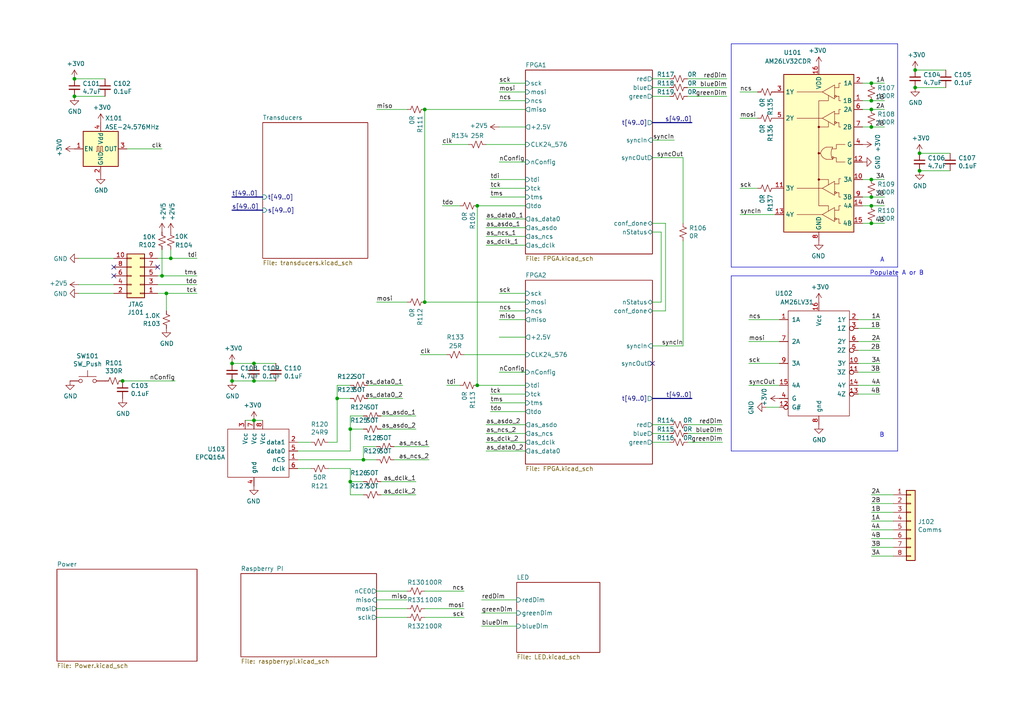
<source format=kicad_sch>
(kicad_sch (version 20230121) (generator eeschema)
  (paper "A4")
  (lib_symbols
    (symbol "Connector_Generic:Conn_01x08" (pin_names (offset 1.016) hide)
      (property "Reference" "J" (at 0 10.16 0))
      (property "Value" "Conn_01x08" (at 0 -12.7 0))
      (symbol "Conn_01x08_1_1"
        (rectangle (start -1.27 -10.033) (end 0 -10.287) (stroke (width 0.1524)))
        (rectangle (start -1.27 -7.493) (end 0 -7.747) (stroke (width 0.1524)))
        (rectangle (start -1.27 -4.953) (end 0 -5.207) (stroke (width 0.1524)))
        (rectangle (start -1.27 -2.413) (end 0 -2.667) (stroke (width 0.1524)))
        (rectangle (start -1.27 0.127) (end 0 -0.127) (stroke (width 0.1524)))
        (rectangle (start -1.27 2.667) (end 0 2.413) (stroke (width 0.1524)))
        (rectangle (start -1.27 5.207) (end 0 4.953) (stroke (width 0.1524)))
        (rectangle (start -1.27 7.747) (end 0 7.493) (stroke (width 0.1524)))
        (rectangle (start -1.27 8.89) (end 1.27 -11.43) (stroke (width 0.254)) (fill (type background)))
        (pin passive line (at -5.08 7.62 0) (length 3.81) (name "Pin_1") (number "1"))
        (pin passive line (at -5.08 5.08 0) (length 3.81) (name "Pin_2") (number "2"))
        (pin passive line (at -5.08 2.54 0) (length 3.81) (name "Pin_3") (number "3"))
        (pin passive line (at -5.08 0 0) (length 3.81) (name "Pin_4") (number "4"))
        (pin passive line (at -5.08 -2.54 0) (length 3.81) (name "Pin_5") (number "5"))
        (pin passive line (at -5.08 -5.08 0) (length 3.81) (name "Pin_6") (number "6"))
        (pin passive line (at -5.08 -7.62 0) (length 3.81) (name "Pin_7") (number "7"))
        (pin passive line (at -5.08 -10.16 0) (length 3.81) (name "Pin_8") (number "8"))
      )
    )
    (symbol "Connector_Generic:Conn_02x05_Odd_Even" (pin_names (offset 1.016) hide)
      (property "Reference" "J" (at 1.27 7.62 0))
      (property "Value" "Conn_02x05_Odd_Even" (at 1.27 -7.62 0))
      (symbol "Conn_02x05_Odd_Even_1_1"
        (rectangle (start -1.27 -4.953) (end 0 -5.207) (stroke (width 0.1524)))
        (rectangle (start -1.27 -2.413) (end 0 -2.667) (stroke (width 0.1524)))
        (rectangle (start -1.27 0.127) (end 0 -0.127) (stroke (width 0.1524)))
        (rectangle (start -1.27 2.667) (end 0 2.413) (stroke (width 0.1524)))
        (rectangle (start -1.27 5.207) (end 0 4.953) (stroke (width 0.1524)))
        (rectangle (start -1.27 6.35) (end 3.81 -6.35) (stroke (width 0.254)) (fill (type background)))
        (rectangle (start 3.81 -4.953) (end 2.54 -5.207) (stroke (width 0.1524)))
        (rectangle (start 3.81 -2.413) (end 2.54 -2.667) (stroke (width 0.1524)))
        (rectangle (start 3.81 0.127) (end 2.54 -0.127) (stroke (width 0.1524)))
        (rectangle (start 3.81 2.667) (end 2.54 2.413) (stroke (width 0.1524)))
        (rectangle (start 3.81 5.207) (end 2.54 4.953) (stroke (width 0.1524)))
        (pin passive line (at -5.08 5.08 0) (length 3.81) (name "Pin_1") (number "1"))
        (pin passive line (at 7.62 -5.08 180) (length 3.81) (name "Pin_10") (number "10"))
        (pin passive line (at 7.62 5.08 180) (length 3.81) (name "Pin_2") (number "2"))
        (pin passive line (at -5.08 2.54 0) (length 3.81) (name "Pin_3") (number "3"))
        (pin passive line (at 7.62 2.54 180) (length 3.81) (name "Pin_4") (number "4"))
        (pin passive line (at -5.08 0 0) (length 3.81) (name "Pin_5") (number "5"))
        (pin passive line (at 7.62 0 180) (length 3.81) (name "Pin_6") (number "6"))
        (pin passive line (at -5.08 -2.54 0) (length 3.81) (name "Pin_7") (number "7"))
        (pin passive line (at 7.62 -2.54 180) (length 3.81) (name "Pin_8") (number "8"))
        (pin passive line (at -5.08 -5.08 0) (length 3.81) (name "Pin_9") (number "9"))
      )
    )
    (symbol "Device:C_Small" (pin_numbers hide) (pin_names (offset 0.254) hide)
      (property "Reference" "C" (at 0.254 1.778 0))
      (property "Value" "C_Small" (at 0.254 -2.032 0))
      (symbol "C_Small_0_1"
        (polyline (pts (xy -1.524 -0.508) (xy 1.524 -0.508)) (stroke (width 0.3302)))
        (polyline (pts (xy -1.524 0.508) (xy 1.524 0.508)) (stroke (width 0.3048)))
      )
      (symbol "C_Small_1_1"
        (pin passive line (at 0 2.54 270) (length 2.032) (name "~") (number "1"))
        (pin passive line (at 0 -2.54 90) (length 2.032) (name "~") (number "2"))
      )
    )
    (symbol "Device:R_Small_US" (pin_numbers hide) (pin_names (offset 0.254) hide)
      (property "Reference" "R" (at 0.762 0.508 0))
      (property "Value" "R_Small_US" (at 0.762 -1.016 0))
      (symbol "R_Small_US_1_1"
        (polyline (pts (xy 0 0) (xy 1.016 -0.381) (xy 0 -0.762) (xy -1.016 -1.143) (xy 0 -1.524)))
        (polyline (pts (xy 0 1.524) (xy 1.016 1.143) (xy 0 0.762) (xy -1.016 0.381) (xy 0 0)))
        (pin passive line (at 0 2.54 270) (length 1.016) (name "~") (number "1"))
        (pin passive line (at 0 -2.54 90) (length 1.016) (name "~") (number "2"))
      )
    )
    (symbol "Interface:AM26LV32xD"
      (property "Reference" "U" (at -8.89 24.13 0))
      (property "Value" "AM26LV32xD" (at 10.16 24.13 0))
      (symbol "AM26LV32xD_0_1"
        (rectangle (start -10.16 22.86) (end 10.16 -22.86) (stroke (width 0.254)) (fill (type background)))
        (circle (center -4.826 16.51) (radius 0.254))
        (arc (start -4.064 -1.778) (mid -3.5541 0) (end -4.064 1.778) (stroke (width 0.127)))
        (circle (center -4.064 -1.27) (radius 0.254))
        (arc (start -2.286 -1.778) (mid -1.1381 -1.1479) (end -0.508 0) (stroke (width 0.127)))
        (arc (start -0.508 0) (mid -1.1381 1.1479) (end -2.286 1.778) (stroke (width 0.127)))
        (circle (center 0 -7.62) (radius 0.254) (fill (type outline)))
        (polyline (pts (xy -5.842 16.51) (xy -5.08 16.51)) (stroke (width 0.127)))
        (polyline (pts (xy -5.842 19.05) (xy -4.572 19.05)) (stroke (width 0.127)))
        (polyline (pts (xy -4.064 -1.778) (xy -2.286 -1.778)) (stroke (width 0.127)))
        (polyline (pts (xy -2.286 1.778) (xy -4.064 1.778)) (stroke (width 0.127)))
        (polyline (pts (xy -1.016 -17.78) (xy 6.35 -17.78)) (stroke (width 0.127)))
        (polyline (pts (xy -1.016 -10.16) (xy 6.35 -10.16)) (stroke (width 0.127)))
        (polyline (pts (xy -1.016 10.16) (xy 6.35 10.16)) (stroke (width 0.127)))
        (polyline (pts (xy -1.016 17.78) (xy 6.35 17.78)) (stroke (width 0.127)))
        (polyline (pts (xy -0.508 0) (xy 0 0)))
        (polyline (pts (xy 0 0) (xy 0 -15.24)) (stroke (width 0.127)))
        (polyline (pts (xy 0 7.62) (xy 0 0)) (stroke (width 0.127)))
        (polyline (pts (xy -5.842 -19.05) (xy -5.842 -20.32) (xy -6.35 -20.32)) (stroke (width 0.127)))
        (polyline (pts (xy -5.842 -16.51) (xy -5.842 -15.24) (xy -6.35 -15.24)) (stroke (width 0.127)))
        (polyline (pts (xy -5.842 -11.43) (xy -5.842 -12.7) (xy -6.35 -12.7)) (stroke (width 0.127)))
        (polyline (pts (xy -5.842 -8.89) (xy -5.842 -7.366) (xy -6.35 -7.366)) (stroke (width 0.127)))
        (polyline (pts (xy -5.842 8.89) (xy -5.842 7.62) (xy -6.35 7.62)) (stroke (width 0.127)))
        (polyline (pts (xy -5.842 11.43) (xy -5.842 12.7) (xy -6.35 12.7)) (stroke (width 0.127)))
        (polyline (pts (xy -5.842 19.05) (xy -5.842 20.32) (xy -6.35 20.32)) (stroke (width 0.127)))
        (polyline (pts (xy 0 -15.24) (xy -2.794 -15.24) (xy -2.794 -16.764)) (stroke (width 0.127)))
        (polyline (pts (xy 0 -7.62) (xy -2.794 -7.62) (xy -2.794 -9.144)) (stroke (width 0.127)))
        (polyline (pts (xy 0 7.62) (xy -2.794 7.62) (xy -2.794 9.144)) (stroke (width 0.127)))
        (polyline (pts (xy -7.62 2.54) (xy -5.08 2.54) (xy -5.08 1.27) (xy -3.81 1.27)) (stroke (width 0.127)))
        (polyline (pts (xy -5.842 16.51) (xy -5.842 15.24) (xy -6.096 15.24) (xy -6.35 15.24)) (stroke (width 0.127)))
        (polyline (pts (xy -4.572 19.812) (xy -4.572 15.748) (xy -1.016 17.78) (xy -4.572 19.812)) (stroke (width 0.127)))
        (polyline (pts (xy -4.318 -1.27) (xy -5.08 -1.27) (xy -5.08 -2.54) (xy -7.62 -2.54)) (stroke (width 0.127)))
        (polyline (pts (xy 0 7.62) (xy 0 15.24) (xy -2.794 15.24) (xy -2.794 16.764)) (stroke (width 0.127)))
        (circle (center 0 0) (radius 0.254) (fill (type outline)))
        (circle (center 0 7.62) (radius 0.254) (fill (type outline)))
      )
      (symbol "AM26LV32xD_1_1"
        (circle (center -4.826 -19.05) (radius 0.254))
        (circle (center -4.826 -11.43) (radius 0.254))
        (circle (center -4.826 8.89) (radius 0.254))
        (polyline (pts (xy -5.842 -19.05) (xy -5.08 -19.05)) (stroke (width 0.127)))
        (polyline (pts (xy -5.842 -16.51) (xy -4.572 -16.51)) (stroke (width 0.127)))
        (polyline (pts (xy -5.842 -11.43) (xy -5.08 -11.43)) (stroke (width 0.127)))
        (polyline (pts (xy -5.842 -8.89) (xy -4.572 -8.89)) (stroke (width 0.127)))
        (polyline (pts (xy -5.842 8.89) (xy -5.08 8.89)) (stroke (width 0.127)))
        (polyline (pts (xy -5.842 11.43) (xy -4.572 11.43)) (stroke (width 0.127)))
        (polyline (pts (xy -4.572 -15.748) (xy -4.572 -19.812) (xy -1.016 -17.78) (xy -4.572 -15.748)) (stroke (width 0.127)))
        (polyline (pts (xy -4.572 -8.128) (xy -4.572 -12.192) (xy -1.016 -10.16) (xy -4.572 -8.128)) (stroke (width 0.127)))
        (polyline (pts (xy -4.572 12.192) (xy -4.572 8.128) (xy -1.016 10.16) (xy -4.572 12.192)) (stroke (width 0.127)))
        (pin input line (at -12.7 15.24 0) (length 2.54) (name "1B") (number "1"))
        (pin input line (at -12.7 -7.62 0) (length 2.54) (name "3A") (number "10"))
        (pin tri_state line (at 12.7 -10.16 180) (length 2.54) (name "3Y") (number "11"))
        (pin input line (at -12.7 -2.54 0) (length 2.54) (name "~{G}") (number "12"))
        (pin tri_state line (at 12.7 -17.78 180) (length 2.54) (name "4Y") (number "13"))
        (pin input line (at -12.7 -15.24 0) (length 2.54) (name "4A") (number "14"))
        (pin input line (at -12.7 -20.32 0) (length 2.54) (name "4B") (number "15"))
        (pin power_in line (at 0 25.4 270) (length 2.54) (name "VDD") (number "16"))
        (pin input line (at -12.7 20.32 0) (length 2.54) (name "1A") (number "2"))
        (pin tri_state line (at 12.7 17.78 180) (length 2.54) (name "1Y") (number "3"))
        (pin input line (at -12.7 2.54 0) (length 2.54) (name "G") (number "4"))
        (pin tri_state line (at 12.7 10.16 180) (length 2.54) (name "2Y") (number "5"))
        (pin input line (at -12.7 12.7 0) (length 2.54) (name "2A") (number "6"))
        (pin input line (at -12.7 7.62 0) (length 2.54) (name "2B") (number "7"))
        (pin power_in line (at 0 -25.4 90) (length 2.54) (name "GND") (number "8"))
        (pin input line (at -12.7 -12.7 0) (length 2.54) (name "3B") (number "9"))
      )
    )
    (symbol "Oscillator:ASE-xxxMHz" (pin_names (offset 0.254))
      (property "Reference" "X" (at -5.08 6.35 0))
      (property "Value" "ASE-xxxMHz" (at 1.27 -6.35 0))
      (symbol "ASE-xxxMHz_0_1"
        (rectangle (start -5.08 5.08) (end 5.08 -5.08) (stroke (width 0.254)) (fill (type background)))
        (polyline (pts (xy -1.27 -0.762) (xy -1.016 -0.762) (xy -1.016 0.762) (xy -0.508 0.762) (xy -0.508 -0.762) (xy 0 -0.762) (xy 0 0.762) (xy 0.508 0.762) (xy 0.508 -0.762) (xy 0.762 -0.762)))
      )
      (symbol "ASE-xxxMHz_1_1"
        (pin input line (at -7.62 0 0) (length 2.54) (name "EN") (number "1"))
        (pin power_in line (at 0 -7.62 90) (length 2.54) (name "GND") (number "2"))
        (pin output line (at 7.62 0 180) (length 2.54) (name "OUT") (number "3"))
        (pin power_in line (at 0 7.62 270) (length 2.54) (name "Vdd") (number "4"))
      )
    )
    (symbol "Switch:SW_Push" (pin_numbers hide) (pin_names (offset 1.016) hide)
      (property "Reference" "SW" (at 1.27 2.54 0))
      (property "Value" "SW_Push" (at 0 -1.524 0))
      (symbol "SW_Push_0_1"
        (circle (center -2.032 0) (radius 0.508))
        (polyline (pts (xy 0 1.27) (xy 0 3.048)))
        (polyline (pts (xy 2.54 1.27) (xy -2.54 1.27)))
        (circle (center 2.032 0) (radius 0.508))
        (pin passive line (at -5.08 0 0) (length 2.54) (name "1") (number "1"))
        (pin passive line (at 5.08 0 180) (length 2.54) (name "2") (number "2"))
      )
    )
    (symbol "flicker:EPCQ16A" (pin_names (offset 1.016))
      (property "Reference" "U" (at 8.89 11.43 0))
      (property "Value" "EPCQ16A" (at 12.7 8.89 0))
      (symbol "EPCQ16A_0_0"
        (rectangle (start -8.89 7.62) (end 8.89 -6.35))
      )
      (symbol "EPCQ16A_1_1"
        (pin passive line (at -11.43 -1.27 0) (length 2.54) (name "nCS") (number "1"))
        (pin passive line (at -11.43 3.81 0) (length 2.54) (name "data1") (number "2"))
        (pin passive line (at 3.81 10.16 270) (length 2.54) (name "Vcc") (number "3"))
        (pin passive line (at 1.27 -8.89 90) (length 2.54) (name "gnd") (number "4"))
        (pin passive line (at -11.43 1.27 0) (length 2.54) (name "data0") (number "5"))
        (pin passive line (at -11.43 -3.81 0) (length 2.54) (name "dclk") (number "6"))
        (pin passive line (at 1.27 10.16 270) (length 2.54) (name "Vcc") (number "7"))
        (pin passive line (at -1.27 10.16 270) (length 2.54) (name "Vcc") (number "8"))
      )
    )
    (symbol "holo:AM26LV31" (pin_names (offset 1.016))
      (property "Reference" "U" (at -5.08 17.78 0))
      (property "Value" "AM26LV31" (at -1.27 15.24 0))
      (symbol "AM26LV31_0_1"
        (rectangle (start -8.89 10.16) (end 8.89 -20.32))
      )
      (symbol "AM26LV31_1_1"
        (pin input line (at -11.43 7.62 0) (length 2.54) (name "1A") (number "1"))
        (pin output line (at 11.43 -5.08 180) (length 2.54) (name "3Y") (number "10"))
        (pin output inverted (at 11.43 -7.62 180) (length 2.54) (name "3Z") (number "11"))
        (pin input inverted (at -11.43 -17.78 0) (length 2.54) (name "G#") (number "12"))
        (pin output inverted (at 11.43 -13.97 180) (length 2.54) (name "4Z") (number "13"))
        (pin output line (at 11.43 -11.43 180) (length 2.54) (name "4Y") (number "14"))
        (pin input line (at -11.43 -11.43 0) (length 2.54) (name "4A") (number "15"))
        (pin power_in line (at 0 12.7 270) (length 2.54) (name "Vcc") (number "16"))
        (pin output line (at 11.43 7.62 180) (length 2.54) (name "1Y") (number "2"))
        (pin output inverted (at 11.43 5.08 180) (length 2.54) (name "1Z") (number "3"))
        (pin input line (at -11.43 -15.24 0) (length 2.54) (name "G") (number "4"))
        (pin output inverted (at 11.43 -1.27 180) (length 2.54) (name "2Z") (number "5"))
        (pin output line (at 11.43 1.27 180) (length 2.54) (name "2Y") (number "6"))
        (pin input line (at -11.43 1.27 0) (length 2.54) (name "2A") (number "7"))
        (pin power_in line (at 0 -22.86 90) (length 2.54) (name "gnd") (number "8"))
        (pin input line (at -11.43 -5.08 0) (length 2.54) (name "3A") (number "9"))
      )
    )
    (symbol "power:+2V5" (power) (pin_names (offset 0))
      (property "Value" "+2V5" (at 0 3.556 0))
      (symbol "+2V5_0_1"
        (polyline (pts (xy -0.762 1.27) (xy 0 2.54)))
        (polyline (pts (xy 0 0) (xy 0 2.54)))
        (polyline (pts (xy 0 2.54) (xy 0.762 1.27)))
      )
      (symbol "+2V5_1_1"
        (pin power_in line (at 0 0 90) (length 0) hide (name "+2V5") (number "1"))
      )
    )
    (symbol "power:+3V0" (power) (pin_names (offset 0))
      (property "Value" "+3V0" (at 0 3.556 0))
      (symbol "+3V0_0_1"
        (polyline (pts (xy -0.762 1.27) (xy 0 2.54)))
        (polyline (pts (xy 0 0) (xy 0 2.54)))
        (polyline (pts (xy 0 2.54) (xy 0.762 1.27)))
      )
      (symbol "+3V0_1_1"
        (pin power_in line (at 0 0 90) (length 0) hide (name "+3V0") (number "1"))
      )
    )
    (symbol "power:GND" (power) (pin_names (offset 0))
      (property "Value" "GND" (at 0 -3.81 0))
      (symbol "GND_0_1"
        (polyline (pts (xy 0 0) (xy 0 -1.27) (xy 1.27 -1.27) (xy 0 -2.54) (xy -1.27 -1.27) (xy 0 -1.27)))
      )
      (symbol "GND_1_1"
        (pin power_in line (at 0 0 270) (length 0) hide (name "GND") (number "1"))
      )
    )
  )
  (junction (at 252.73 36.83))
  (junction (at 252.73 57.15))
  (junction (at 266.7 44.45))
  (junction (at 67.31 110.49))
  (junction (at 123.19 87.63))
  (junction (at 21.59 27.94))
  (junction (at 101.6 124.46))
  (junction (at 49.53 74.93))
  (junction (at 252.73 29.21))
  (junction (at 21.59 22.86))
  (junction (at 265.43 20.32))
  (junction (at 252.73 52.07))
  (junction (at 101.6 139.7))
  (junction (at 73.66 121.92))
  (junction (at 73.66 110.49))
  (junction (at 265.43 25.4))
  (junction (at 46.99 80.01))
  (junction (at 73.66 105.41))
  (junction (at 266.7 49.53))
  (junction (at 67.31 105.41))
  (junction (at 48.26 85.09))
  (junction (at 35.56 110.49))
  (junction (at 138.43 111.76))
  (junction (at 252.73 59.69))
  (junction (at 97.79 115.57))
  (junction (at 252.73 24.13))
  (junction (at 123.19 31.75))
  (junction (at 105.41 133.35))
  (junction (at 252.73 31.75))
  (junction (at 138.43 59.69))
  (junction (at 252.73 64.77))
  (no_connect (at 33.02 77.47))
  (no_connect (at 45.72 77.47))
  (no_connect (at 33.02 80.01))
  (no_connect (at 189.23 105.41))
  (wire (pts (xy 194.31 25.4) (xy 189.23 25.4)))
  (wire (pts (xy 49.53 74.93) (xy 49.53 72.39)))
  (wire (pts (xy 33.02 74.93) (xy 22.86 74.93)))
  (wire (pts (xy 252.73 52.07) (xy 256.54 52.07)))
  (wire (pts (xy 76.2 121.92) (xy 73.66 121.92)))
  (wire (pts (xy 114.3 133.35) (xy 124.46 133.35)))
  (wire (pts (xy 152.4 68.58) (xy 140.97 68.58)))
  (wire (pts (xy 152.4 114.3) (xy 142.24 114.3)))
  (wire (pts (xy 193.04 64.77) (xy 193.04 90.17)))
  (wire (pts (xy 189.23 64.77) (xy 193.04 64.77)))
  (wire (pts (xy 250.19 64.77) (xy 252.73 64.77)))
  (wire (pts (xy 252.73 146.05) (xy 259.08 146.05)))
  (wire (pts (xy 189.23 22.86) (xy 194.31 22.86)))
  (wire (pts (xy 114.3 129.54) (xy 124.46 129.54)))
  (wire (pts (xy 259.08 161.29) (xy 252.73 161.29)))
  (wire (pts (xy 48.26 85.09) (xy 57.15 85.09)))
  (polyline (pts (xy 212.09 130.81) (xy 212.09 80.01)))
  (wire (pts (xy 105.41 129.54) (xy 109.22 129.54)))
  (wire (pts (xy 152.4 90.17) (xy 144.78 90.17)))
  (wire (pts (xy 152.4 102.87) (xy 134.62 102.87)))
  (wire (pts (xy 110.49 120.65) (xy 120.65 120.65)))
  (wire (pts (xy 152.4 63.5) (xy 140.97 63.5)))
  (wire (pts (xy 33.02 85.09) (xy 22.86 85.09)))
  (polyline (pts (xy 212.09 77.47) (xy 212.09 12.7)))
  (wire (pts (xy 123.19 87.63) (xy 152.4 87.63)))
  (wire (pts (xy 250.19 36.83) (xy 252.73 36.83)))
  (wire (pts (xy 110.49 143.51) (xy 120.65 143.51)))
  (wire (pts (xy 250.19 29.21) (xy 252.73 29.21)))
  (wire (pts (xy 248.92 95.25) (xy 255.27 95.25)))
  (wire (pts (xy 101.6 120.65) (xy 105.41 120.65)))
  (bus (pts (xy 189.23 35.56) (xy 200.66 35.56)))
  (wire (pts (xy 259.08 143.51) (xy 252.73 143.51)))
  (wire (pts (xy 118.11 87.63) (xy 109.22 87.63)))
  (wire (pts (xy 73.66 110.49) (xy 80.01 110.49)))
  (wire (pts (xy 152.4 71.12) (xy 140.97 71.12)))
  (wire (pts (xy 67.31 105.41) (xy 73.66 105.41)))
  (wire (pts (xy 252.73 59.69) (xy 256.54 59.69)))
  (wire (pts (xy 149.86 177.8) (xy 139.7 177.8)))
  (wire (pts (xy 86.36 135.89) (xy 90.17 135.89)))
  (wire (pts (xy 101.6 139.7) (xy 105.41 139.7)))
  (bus (pts (xy 76.2 60.96) (xy 67.31 60.96)))
  (wire (pts (xy 219.71 26.67) (xy 214.63 26.67)))
  (wire (pts (xy 73.66 121.92) (xy 71.12 121.92)))
  (bus (pts (xy 76.2 57.15) (xy 67.31 57.15)))
  (wire (pts (xy 274.32 20.32) (xy 265.43 20.32)))
  (wire (pts (xy 101.6 124.46) (xy 101.6 120.65)))
  (wire (pts (xy 191.77 67.31) (xy 191.77 87.63)))
  (wire (pts (xy 194.31 125.73) (xy 189.23 125.73)))
  (wire (pts (xy 152.4 66.04) (xy 140.97 66.04)))
  (wire (pts (xy 152.4 29.21) (xy 144.78 29.21)))
  (wire (pts (xy 248.92 99.06) (xy 255.27 99.06)))
  (wire (pts (xy 97.79 115.57) (xy 97.79 111.76)))
  (wire (pts (xy 109.22 179.07) (xy 118.11 179.07)))
  (wire (pts (xy 144.78 97.79) (xy 152.4 97.79)))
  (wire (pts (xy 138.43 111.76) (xy 152.4 111.76)))
  (wire (pts (xy 30.48 22.86) (xy 21.59 22.86)))
  (wire (pts (xy 86.36 133.35) (xy 105.41 133.35)))
  (wire (pts (xy 189.23 67.31) (xy 191.77 67.31)))
  (wire (pts (xy 45.72 85.09) (xy 48.26 85.09)))
  (wire (pts (xy 217.17 111.76) (xy 226.06 111.76)))
  (wire (pts (xy 152.4 125.73) (xy 140.97 125.73)))
  (wire (pts (xy 250.19 57.15) (xy 252.73 57.15)))
  (wire (pts (xy 97.79 111.76) (xy 101.6 111.76)))
  (wire (pts (xy 109.22 176.53) (xy 118.11 176.53)))
  (wire (pts (xy 45.72 82.55) (xy 57.15 82.55)))
  (wire (pts (xy 45.72 80.01) (xy 46.99 80.01)))
  (wire (pts (xy 101.6 139.7) (xy 101.6 143.51)))
  (wire (pts (xy 95.25 128.27) (xy 97.79 128.27)))
  (wire (pts (xy 73.66 105.41) (xy 80.01 105.41)))
  (bus (pts (xy 189.23 115.57) (xy 200.66 115.57)))
  (wire (pts (xy 105.41 133.35) (xy 109.22 133.35)))
  (wire (pts (xy 133.35 111.76) (xy 129.54 111.76)))
  (wire (pts (xy 199.39 27.94) (xy 210.82 27.94)))
  (wire (pts (xy 97.79 128.27) (xy 97.79 115.57)))
  (wire (pts (xy 189.23 123.19) (xy 194.31 123.19)))
  (wire (pts (xy 152.4 26.67) (xy 144.78 26.67)))
  (wire (pts (xy 199.39 128.27) (xy 209.55 128.27)))
  (wire (pts (xy 30.48 27.94) (xy 21.59 27.94)))
  (wire (pts (xy 36.83 43.18) (xy 46.99 43.18)))
  (wire (pts (xy 198.12 100.33) (xy 189.23 100.33)))
  (wire (pts (xy 189.23 45.72) (xy 198.12 45.72)))
  (wire (pts (xy 46.99 80.01) (xy 46.99 72.39)))
  (wire (pts (xy 105.41 124.46) (xy 101.6 124.46)))
  (wire (pts (xy 152.4 116.84) (xy 142.24 116.84)))
  (wire (pts (xy 248.92 114.3) (xy 255.27 114.3)))
  (wire (pts (xy 152.4 130.81) (xy 140.97 130.81)))
  (wire (pts (xy 198.12 69.85) (xy 198.12 100.33)))
  (wire (pts (xy 101.6 130.81) (xy 101.6 124.46)))
  (wire (pts (xy 259.08 156.21) (xy 252.73 156.21)))
  (wire (pts (xy 152.4 31.75) (xy 123.19 31.75)))
  (wire (pts (xy 152.4 46.99) (xy 144.78 46.99)))
  (wire (pts (xy 106.68 111.76) (xy 116.84 111.76)))
  (wire (pts (xy 152.4 52.07) (xy 142.24 52.07)))
  (wire (pts (xy 123.19 179.07) (xy 134.62 179.07)))
  (wire (pts (xy 123.19 31.75) (xy 123.19 87.63)))
  (wire (pts (xy 152.4 119.38) (xy 142.24 119.38)))
  (wire (pts (xy 152.4 24.13) (xy 144.78 24.13)))
  (wire (pts (xy 214.63 62.23) (xy 224.79 62.23)))
  (wire (pts (xy 118.11 31.75) (xy 109.22 31.75)))
  (wire (pts (xy 250.19 52.07) (xy 252.73 52.07)))
  (polyline (pts (xy 260.35 130.81) (xy 212.09 130.81)))
  (wire (pts (xy 250.19 24.13) (xy 252.73 24.13)))
  (wire (pts (xy 152.4 36.83) (xy 144.78 36.83)))
  (wire (pts (xy 35.56 110.49) (xy 50.8 110.49)))
  (wire (pts (xy 129.54 102.87) (xy 121.92 102.87)))
  (wire (pts (xy 275.59 49.53) (xy 266.7 49.53)))
  (wire (pts (xy 152.4 59.69) (xy 138.43 59.69)))
  (wire (pts (xy 135.89 41.91) (xy 128.27 41.91)))
  (wire (pts (xy 191.77 87.63) (xy 189.23 87.63)))
  (wire (pts (xy 123.19 176.53) (xy 134.62 176.53)))
  (wire (pts (xy 139.7 181.61) (xy 149.86 181.61)))
  (polyline (pts (xy 212.09 80.01) (xy 260.35 80.01)))
  (wire (pts (xy 110.49 139.7) (xy 120.65 139.7)))
  (wire (pts (xy 138.43 59.69) (xy 138.43 111.76)))
  (wire (pts (xy 152.4 54.61) (xy 142.24 54.61)))
  (wire (pts (xy 217.17 99.06) (xy 226.06 99.06)))
  (wire (pts (xy 133.35 59.69) (xy 128.27 59.69)))
  (wire (pts (xy 259.08 153.67) (xy 252.73 153.67)))
  (wire (pts (xy 105.41 143.51) (xy 101.6 143.51)))
  (wire (pts (xy 248.92 107.95) (xy 255.27 107.95)))
  (wire (pts (xy 152.4 123.19) (xy 140.97 123.19)))
  (wire (pts (xy 250.19 59.69) (xy 252.73 59.69)))
  (wire (pts (xy 123.19 171.45) (xy 134.62 171.45)))
  (wire (pts (xy 33.02 82.55) (xy 22.86 82.55)))
  (wire (pts (xy 275.59 44.45) (xy 266.7 44.45)))
  (wire (pts (xy 252.73 29.21) (xy 256.54 29.21)))
  (wire (pts (xy 101.6 135.89) (xy 101.6 139.7)))
  (wire (pts (xy 109.22 173.99) (xy 118.11 173.99)))
  (wire (pts (xy 209.55 125.73) (xy 199.39 125.73)))
  (wire (pts (xy 274.32 25.4) (xy 265.43 25.4)))
  (wire (pts (xy 101.6 115.57) (xy 97.79 115.57)))
  (polyline (pts (xy 260.35 80.01) (xy 260.35 130.81)))
  (wire (pts (xy 199.39 25.4) (xy 210.82 25.4)))
  (wire (pts (xy 67.31 110.49) (xy 73.66 110.49)))
  (wire (pts (xy 105.41 129.54) (xy 105.41 133.35)))
  (wire (pts (xy 48.26 90.17) (xy 48.26 85.09)))
  (wire (pts (xy 90.17 128.27) (xy 86.36 128.27)))
  (wire (pts (xy 152.4 85.09) (xy 144.78 85.09)))
  (wire (pts (xy 152.4 92.71) (xy 144.78 92.71)))
  (wire (pts (xy 198.12 45.72) (xy 198.12 64.77)))
  (wire (pts (xy 259.08 158.75) (xy 252.73 158.75)))
  (wire (pts (xy 152.4 107.95) (xy 144.78 107.95)))
  (wire (pts (xy 252.73 31.75) (xy 256.54 31.75)))
  (wire (pts (xy 259.08 151.13) (xy 252.73 151.13)))
  (wire (pts (xy 248.92 92.71) (xy 255.27 92.71)))
  (wire (pts (xy 152.4 128.27) (xy 140.97 128.27)))
  (wire (pts (xy 199.39 123.19) (xy 209.55 123.19)))
  (wire (pts (xy 217.17 92.71) (xy 226.06 92.71)))
  (wire (pts (xy 46.99 80.01) (xy 57.15 80.01)))
  (wire (pts (xy 106.68 115.57) (xy 116.84 115.57)))
  (wire (pts (xy 248.92 101.6) (xy 255.27 101.6)))
  (wire (pts (xy 140.97 41.91) (xy 152.4 41.91)))
  (wire (pts (xy 152.4 57.15) (xy 142.24 57.15)))
  (wire (pts (xy 250.19 31.75) (xy 252.73 31.75)))
  (wire (pts (xy 86.36 130.81) (xy 101.6 130.81)))
  (wire (pts (xy 149.86 173.99) (xy 139.7 173.99)))
  (wire (pts (xy 193.04 90.17) (xy 189.23 90.17)))
  (polyline (pts (xy 212.09 12.7) (xy 260.35 12.7)))
  (wire (pts (xy 248.92 105.41) (xy 255.27 105.41)))
  (wire (pts (xy 189.23 27.94) (xy 194.31 27.94)))
  (wire (pts (xy 219.71 54.61) (xy 214.63 54.61)))
  (wire (pts (xy 110.49 124.46) (xy 120.65 124.46)))
  (wire (pts (xy 252.73 64.77) (xy 256.54 64.77)))
  (wire (pts (xy 259.08 148.59) (xy 252.73 148.59)))
  (wire (pts (xy 95.25 135.89) (xy 101.6 135.89)))
  (polyline (pts (xy 260.35 12.7) (xy 260.35 77.47)))
  (wire (pts (xy 252.73 36.83) (xy 256.54 36.83)))
  (wire (pts (xy 222.25 118.11) (xy 226.06 118.11)))
  (wire (pts (xy 45.72 74.93) (xy 49.53 74.93)))
  (wire (pts (xy 248.92 111.76) (xy 255.27 111.76)))
  (wire (pts (xy 189.23 128.27) (xy 194.31 128.27)))
  (wire (pts (xy 49.53 74.93) (xy 57.15 74.93)))
  (wire (pts (xy 109.22 171.45) (xy 118.11 171.45)))
  (polyline (pts (xy 260.35 77.47) (xy 212.09 77.47)))
  (wire (pts (xy 199.39 22.86) (xy 210.82 22.86)))
  (wire (pts (xy 217.17 105.41) (xy 226.06 105.41)))
  (wire (pts (xy 219.71 34.29) (xy 214.63 34.29)))
  (wire (pts (xy 189.23 40.64) (xy 195.58 40.64)))
  (wire (pts (xy 252.73 24.13) (xy 256.54 24.13)))
  (wire (pts (xy 252.73 57.15) (xy 256.54 57.15)))
  (text "A" (at 256.54 76.2 0) (effects (font (size 1.27 1.27)) (justify right bottom)))
  (text "B" (at 256.54 127 0) (effects (font (size 1.27 1.27)) (justify right bottom)))
  (text "Populate A or B\n" (at 267.97 80.01 0) (effects (font (size 1.27 1.27)) (justify right bottom)))
  (label "ncs" (at 144.78 90.17 0))
  (label "4B" (at 252.73 156.21 0))
  (label "blueDim" (at 139.7 181.61 0))
  (label "as_ncs_1" (at 140.97 68.58 0))
  (label "as_asdo_2" (at 140.97 123.19 0))
  (label "redDim" (at 210.82 22.86 180))
  (label "tdi" (at 142.24 52.07 0))
  (label "2B" (at 252.73 146.05 0))
  (label "3A" (at 252.73 161.29 0))
  (label "sck" (at 214.63 54.61 0))
  (label "3B" (at 255.27 107.95 180))
  (label "ncs" (at 217.17 92.71 0))
  (label "as_asdo_1" (at 140.97 66.04 0))
  (label "as_dclk_1" (at 120.65 139.7 180))
  (label "as_asdo_1" (at 120.65 120.65 180))
  (label "clk" (at 128.27 41.91 0))
  (label "as_data0_2" (at 116.84 115.57 180))
  (label "mosi" (at 214.63 34.29 0))
  (label "as_dclk_1" (at 140.97 71.12 0))
  (label "as_ncs_2" (at 124.46 133.35 180))
  (label "sck" (at 144.78 85.09 0))
  (label "s[49..0]" (at 67.31 60.96 0))
  (label "as_ncs_2" (at 140.97 125.73 0))
  (label "redDim" (at 209.55 123.19 180))
  (label "miso" (at 144.78 92.71 0))
  (label "tdi" (at 129.54 111.76 0))
  (label "1B" (at 256.54 29.21 180))
  (label "blueDim" (at 210.82 25.4 180))
  (label "1A" (at 255.27 92.71 180))
  (label "mosi" (at 144.78 26.67 0))
  (label "greenDim" (at 139.7 177.8 0))
  (label "as_ncs_1" (at 124.46 129.54 180))
  (label "as_dclk_2" (at 140.97 128.27 0))
  (label "as_dclk_2" (at 120.65 143.51 180))
  (label "4A" (at 252.73 153.67 0))
  (label "tms" (at 142.24 116.84 0))
  (label "mosi" (at 134.62 176.53 180))
  (label "tms" (at 57.15 80.01 180))
  (label "4A" (at 255.27 111.76 180))
  (label "syncIn" (at 195.58 40.64 180))
  (label "ncs" (at 134.62 171.45 180))
  (label "4A" (at 256.54 59.69 180))
  (label "tdo" (at 142.24 119.38 0))
  (label "clk" (at 121.92 102.87 0))
  (label "4B" (at 255.27 114.3 180))
  (label "greenDim" (at 210.82 27.94 180))
  (label "tms" (at 142.24 57.15 0))
  (label "as_data0_2" (at 140.97 130.81 0))
  (label "1A" (at 256.54 24.13 180))
  (label "syncIn" (at 198.12 100.33 180))
  (label "sck" (at 217.17 105.41 0))
  (label "ncs" (at 214.63 26.67 0))
  (label "t[49..0]" (at 67.31 57.15 0))
  (label "as_data0_1" (at 140.97 63.5 0))
  (label "tck" (at 142.24 114.3 0))
  (label "as_asdo_2" (at 120.65 124.46 180))
  (label "nConfig" (at 50.8 110.49 180))
  (label "syncIn" (at 214.63 62.23 0))
  (label "nConfig" (at 144.78 107.95 0))
  (label "3B" (at 256.54 57.15 180))
  (label "miso" (at 109.22 31.75 0))
  (label "mosi" (at 109.22 87.63 0))
  (label "2A" (at 256.54 31.75 180))
  (label "tck" (at 142.24 54.61 0))
  (label "2B" (at 256.54 36.83 180))
  (label "3A" (at 255.27 105.41 180))
  (label "tck" (at 57.15 85.09 180))
  (label "3B" (at 252.73 158.75 0))
  (label "redDim" (at 139.7 173.99 0))
  (label "syncOut" (at 198.12 45.72 180))
  (label "2A" (at 252.73 143.51 0))
  (label "3A" (at 256.54 52.07 180))
  (label "sck" (at 144.78 24.13 0))
  (label "1B" (at 252.73 148.59 0))
  (label "greenDim" (at 209.55 128.27 180))
  (label "mosi" (at 217.17 99.06 0))
  (label "tdo" (at 128.27 59.69 0))
  (label "2A" (at 255.27 99.06 180))
  (label "1B" (at 255.27 95.25 180))
  (label "miso" (at 118.11 173.99 180))
  (label "syncOut" (at 217.17 111.76 0))
  (label "tdi" (at 57.15 74.93 180))
  (label "2B" (at 255.27 101.6 180))
  (label "s[49..0]" (at 200.66 35.56 180))
  (label "ncs" (at 144.78 29.21 0))
  (label "as_data0_1" (at 116.84 111.76 180))
  (label "nConfig" (at 144.78 46.99 0))
  (label "t[49..0]" (at 200.66 115.57 180))
  (label "tdo" (at 57.15 82.55 180))
  (label "blueDim" (at 209.55 125.73 180))
  (label "sck" (at 134.62 179.07 180))
  (label "clk" (at 46.99 43.18 180))
  (label "4B" (at 256.54 64.77 180))
  (label "1A" (at 252.73 151.13 0))
  (symbol (lib_id "Oscillator:ASE-xxxMHz") (at 29.21 43.18 0) (unit 1)
    (property "Reference" "X101" (at 30.48 34.29 0) (effects (justify left)))
    (property "Value" "ASE-24.576MHz" (at 30.48 36.83 0) (effects (justify left)))
    (property "Footprint" "holo:ASFL1" (effects hide))
    (property "Datasheet" "ASFL1-24.576MHZ-L-T" (effects hide))
  )
  (symbol (lib_id "power:+3V0") (at 29.21 35.56 0) (unit 1)
    (property "Reference" "#PWR0108" (effects hide))
    (property "Value" "+3V0" (at 29.591 31.1658 0))
  )
  (symbol (lib_id "power:GND") (at 29.21 50.8 0) (unit 1)
    (property "Reference" "#PWR0109" (effects hide))
    (property "Value" "GND" (at 29.337 55.1942 0))
  )
  (symbol (lib_id "power:+3V0") (at 21.59 43.18 90) (unit 1)
    (property "Reference" "#PWR0104" (effects hide))
    (property "Value" "+3V0" (at 17.1958 42.799 0))
  )
  (symbol (lib_id "Device:C_Small") (at 21.59 25.4 0) (unit 1)
    (property "Reference" "C101" (at 23.9268 24.2316 0) (effects (justify left)))
    (property "Value" "4.7uF" (at 23.9268 26.543 0) (effects (justify left)))
    (property "Footprint" "Capacitor_SMD:C_0603_1608Metric" (effects hide))
    (property "Datasheet" "1276-1044-1-ND" (effects hide))
  )
  (symbol (lib_id "power:+3V0") (at 21.59 22.86 0) (unit 1)
    (property "Reference" "#PWR0102" (effects hide))
    (property "Value" "+3V0" (at 21.971 18.4658 0))
  )
  (symbol (lib_id "power:GND") (at 21.59 27.94 0) (unit 1)
    (property "Reference" "#PWR0103" (effects hide))
    (property "Value" "GND" (at 21.717 32.3342 0))
  )
  (symbol (lib_id "Connector_Generic:Conn_02x05_Odd_Even") (at 40.64 80.01 180) (unit 1)
    (property "Reference" "J101" (at 39.37 90.6018 0))
    (property "Value" "JTAG" (at 39.37 88.2904 0))
    (property "Footprint" "Connector_PinHeader_2.54mm:PinHeader_2x05_P2.54mm_Vertical_Shrouded" (effects hide))
    (property "Datasheet" "732-2094-ND" (effects hide))
  )
  (symbol (lib_id "power:GND") (at 22.86 74.93 270) (unit 1)
    (property "Reference" "#PWR0105" (effects hide))
    (property "Value" "GND" (at 19.6088 75.057 90) (effects (justify right)))
  )
  (symbol (lib_id "power:GND") (at 22.86 85.09 270) (unit 1)
    (property "Reference" "#PWR0107" (effects hide))
    (property "Value" "GND" (at 19.6088 85.217 90) (effects (justify right)))
  )
  (symbol (lib_id "power:+2V5") (at 22.86 82.55 90) (unit 1)
    (property "Reference" "#PWR0106" (effects hide))
    (property "Value" "+2V5" (at 19.6088 82.169 90) (effects (justify left)))
  )
  (symbol (lib_id "Device:R_Small_US") (at 48.26 92.71 180) (unit 1)
    (property "Reference" "R103" (at 46.5328 93.8784 0) (effects (justify left)))
    (property "Value" "1.0K" (at 46.5328 91.567 0) (effects (justify left)))
    (property "Footprint" "Resistor_SMD:R_0402_1005Metric" (effects hide))
    (property "Datasheet" "A127319CT-ND" (effects hide))
  )
  (symbol (lib_id "power:GND") (at 48.26 95.25 0) (unit 1)
    (property "Reference" "#PWR0112" (effects hide))
    (property "Value" "GND" (at 48.387 99.6442 0))
  )
  (symbol (lib_id "Device:R_Small_US") (at 49.53 69.85 180) (unit 1)
    (property "Reference" "R104" (at 55.88 71.12 0) (effects (justify left)))
    (property "Value" "10K" (at 54.61 68.58 0) (effects (justify left)))
    (property "Footprint" "Resistor_SMD:R_0402_1005Metric" (effects hide))
    (property "Datasheet" "541-3958-1-ND" (effects hide))
  )
  (symbol (lib_id "Device:R_Small_US") (at 46.99 69.85 180) (unit 1)
    (property "Reference" "R102" (at 45.2628 71.0184 0) (effects (justify left)))
    (property "Value" "10K" (at 45.2628 68.707 0) (effects (justify left)))
    (property "Footprint" "Resistor_SMD:R_0402_1005Metric" (effects hide))
    (property "Datasheet" "541-3958-1-ND" (effects hide))
  )
  (symbol (lib_id "power:+2V5") (at 49.53 67.31 0) (unit 1)
    (property "Reference" "#PWR0113" (effects hide))
    (property "Value" "+2V5" (at 49.911 64.0588 90) (effects (justify left)))
  )
  (symbol (lib_id "power:+2V5") (at 46.99 67.31 0) (unit 1)
    (property "Reference" "#PWR0111" (effects hide))
    (property "Value" "+2V5" (at 47.371 64.0588 90) (effects (justify left)))
  )
  (symbol (lib_id "Switch:SW_Push") (at 25.4 110.49 0) (unit 1)
    (property "Reference" "SW101" (at 25.4 103.251 0))
    (property "Value" "SW_Push" (at 25.4 105.5624 0))
    (property "Footprint" "Button_Switch_SMD:SW_SPST_KMR2" (effects hide))
    (property "Datasheet" "CKN10246CT-ND" (effects hide))
  )
  (symbol (lib_id "Device:R_Small_US") (at 33.02 110.49 90) (unit 1)
    (property "Reference" "R101" (at 33.02 105.283 90))
    (property "Value" "330R" (at 33.02 107.5944 90))
    (property "Footprint" "Resistor_SMD:R_0402_1005Metric" (effects hide))
    (property "Datasheet" "541-3996-1-ND" (effects hide))
  )
  (symbol (lib_id "Device:C_Small") (at 35.56 113.03 0) (unit 1)
    (property "Reference" "C103" (at 37.8968 111.8616 0) (effects (justify left)))
    (property "Value" "0.1uF" (at 37.8968 114.173 0) (effects (justify left)))
    (property "Footprint" "Capacitor_SMD:C_0402_1005Metric" (effects hide))
    (property "Datasheet" "732-7487-1-ND" (effects hide))
  )
  (symbol (lib_id "power:GND") (at 35.56 115.57 0) (unit 1)
    (property "Reference" "#PWR0110" (effects hide))
    (property "Value" "GND" (at 35.687 119.9642 0))
  )
  (symbol (lib_id "power:GND") (at 20.32 110.49 0) (unit 1)
    (property "Reference" "#PWR0101" (effects hide))
    (property "Value" "GND" (at 20.447 114.8842 0))
  )
  (symbol (lib_id "Interface:AM26LV32xD") (at 237.49 44.45 0) (mirror y) (unit 1)
    (property "Reference" "U101" (at 229.87 15.24 0))
    (property "Value" "AM26LV32CDR" (at 228.6 17.78 0))
    (property "Footprint" "Package_SO:SOIC-16_3.9x9.9mm_P1.27mm" (effects hide))
    (property "Datasheet" "296-6794-1-ND" (effects hide))
  )
  (symbol (lib_id "holo:AM26LV31") (at 237.49 100.33 0) (unit 1)
    (property "Reference" "U102" (at 227.33 85.09 0))
    (property "Value" "AM26LV31" (at 231.14 87.63 0))
    (property "Footprint" "Package_SO:SOIC-16_3.9x9.9mm_P1.27mm" (effects hide))
    (property "Datasheet" "296-25912-1-ND" (effects hide))
  )
  (symbol (lib_id "power:GND") (at 237.49 123.19 0) (unit 1)
    (property "Reference" "#PWR0120" (effects hide))
    (property "Value" "GND" (at 237.617 127.5842 0))
  )
  (symbol (lib_id "power:GND") (at 222.25 118.11 270) (unit 1)
    (property "Reference" "#PWR0115" (effects hide))
    (property "Value" "GND" (at 217.8558 118.237 0))
  )
  (symbol (lib_id "power:+3V0") (at 237.49 87.63 0) (unit 1)
    (property "Reference" "#PWR0119" (effects hide))
    (property "Value" "+3V0" (at 237.871 83.2358 0))
  )
  (symbol (lib_id "power:+3V0") (at 226.06 115.57 90) (unit 1)
    (property "Reference" "#PWR0116" (effects hide))
    (property "Value" "+3V0" (at 221.6658 115.189 0))
  )
  (symbol (lib_id "power:+3V0") (at 250.19 41.91 270) (mirror x) (unit 1)
    (property "Reference" "#PWR0121" (effects hide))
    (property "Value" "+3V0" (at 254.5842 41.529 0))
  )
  (symbol (lib_id "power:GND") (at 250.19 46.99 90) (mirror x) (unit 1)
    (property "Reference" "#PWR0122" (effects hide))
    (property "Value" "GND" (at 254.5842 47.117 0))
  )
  (symbol (lib_id "power:GND") (at 237.49 69.85 0) (mirror y) (unit 1)
    (property "Reference" "#PWR0118" (effects hide))
    (property "Value" "GND" (at 237.363 74.2442 0))
  )
  (symbol (lib_id "power:+3V0") (at 237.49 19.05 0) (mirror y) (unit 1)
    (property "Reference" "#PWR0117" (effects hide))
    (property "Value" "+3V0" (at 237.109 14.6558 0))
  )
  (symbol (lib_id "Device:R_Small_US") (at 198.12 67.31 0) (unit 1)
    (property "Reference" "R106" (at 199.8472 66.1416 0) (effects (justify left)))
    (property "Value" "0R" (at 199.8472 68.453 0) (effects (justify left)))
    (property "Footprint" "Jumper:SolderJumper-2_P1.3mm_Open_TrianglePad1.0x1.5mm" (effects hide))
  )
  (symbol (lib_id "Connector_Generic:Conn_01x08") (at 264.16 151.13 0) (unit 1)
    (property "Reference" "J102" (at 266.192 151.3332 0) (effects (justify left)))
    (property "Value" "Comms" (at 266.192 153.6446 0) (effects (justify left)))
    (property "Footprint" "Connector_Hirose:Hirose_DF13-08P-1.25DS_1x08_P1.25mm_Horizontal" (effects hide))
    (property "Datasheet" "H2205-ND" (effects hide))
  )
  (symbol (lib_id "Device:R_Small_US") (at 135.89 59.69 270) (unit 1)
    (property "Reference" "R105" (at 137.0584 61.4172 0) (effects (justify left)))
    (property "Value" "0R" (at 134.747 61.4172 0) (effects (justify left)))
    (property "Footprint" "Resistor_SMD:R_0402_1005Metric" (effects hide))
  )
  (symbol (lib_id "Device:C_Small") (at 30.48 25.4 0) (unit 1)
    (property "Reference" "C102" (at 32.8168 24.2316 0) (effects (justify left)))
    (property "Value" "0.1uF" (at 32.8168 26.543 0) (effects (justify left)))
    (property "Footprint" "Capacitor_SMD:C_0402_1005Metric" (effects hide))
    (property "Datasheet" "1276-1044-1-ND" (effects hide))
  )
  (symbol (lib_id "Device:C_Small") (at 265.43 22.86 0) (unit 1)
    (property "Reference" "C104" (at 267.7668 21.6916 0) (effects (justify left)))
    (property "Value" "4.7uF" (at 267.7668 24.003 0) (effects (justify left)))
    (property "Footprint" "Capacitor_SMD:C_0603_1608Metric" (effects hide))
    (property "Datasheet" "1276-1044-1-ND" (effects hide))
  )
  (symbol (lib_id "power:+3V0") (at 265.43 20.32 0) (unit 1)
    (property "Reference" "#PWR0123" (effects hide))
    (property "Value" "+3V0" (at 265.811 15.9258 0))
  )
  (symbol (lib_id "power:GND") (at 265.43 25.4 0) (unit 1)
    (property "Reference" "#PWR0124" (effects hide))
    (property "Value" "GND" (at 265.557 29.7942 0))
  )
  (symbol (lib_id "Device:C_Small") (at 274.32 22.86 0) (unit 1)
    (property "Reference" "C105" (at 276.6568 21.6916 0) (effects (justify left)))
    (property "Value" "0.1uF" (at 276.6568 24.003 0) (effects (justify left)))
    (property "Footprint" "Capacitor_SMD:C_0402_1005Metric" (effects hide))
    (property "Datasheet" "1276-1044-1-ND" (effects hide))
  )
  (symbol (lib_id "Device:R_Small_US") (at 252.73 26.67 0) (unit 1)
    (property "Reference" "R107" (at 254.4572 25.5016 0) (effects (justify left)))
    (property "Value" "100R" (at 254.4572 27.813 0) (effects (justify left)))
    (property "Footprint" "Resistor_SMD:R_0402_1005Metric" (effects hide))
    (property "Datasheet" "A127223CT-ND" (effects hide))
  )
  (symbol (lib_id "Device:R_Small_US") (at 252.73 34.29 0) (unit 1)
    (property "Reference" "R108" (at 254.4572 33.1216 0) (effects (justify left)))
    (property "Value" "100R" (at 254.4572 35.433 0) (effects (justify left)))
    (property "Footprint" "Resistor_SMD:R_0402_1005Metric" (effects hide))
    (property "Datasheet" "A127223CT-ND" (effects hide))
  )
  (symbol (lib_id "Device:R_Small_US") (at 252.73 54.61 0) (unit 1)
    (property "Reference" "R109" (at 254.4572 53.4416 0) (effects (justify left)))
    (property "Value" "100R" (at 254.4572 55.753 0) (effects (justify left)))
    (property "Footprint" "Resistor_SMD:R_0402_1005Metric" (effects hide))
    (property "Datasheet" "A127223CT-ND" (effects hide))
  )
  (symbol (lib_id "Device:R_Small_US") (at 252.73 62.23 0) (unit 1)
    (property "Reference" "R110" (at 254.4572 61.0616 0) (effects (justify left)))
    (property "Value" "100R" (at 254.4572 63.373 0) (effects (justify left)))
    (property "Footprint" "Resistor_SMD:R_0402_1005Metric" (effects hide))
    (property "Datasheet" "A127223CT-ND" (effects hide))
  )
  (symbol (lib_id "power:+2V5") (at 144.78 36.83 90) (unit 1)
    (property "Reference" "#PWR0114" (effects hide))
    (property "Value" "+2V5" (at 141.5288 36.449 90) (effects (justify left)))
  )
  (symbol (lib_id "Device:C_Small") (at 266.7 46.99 0) (unit 1)
    (property "Reference" "C106" (at 269.0368 45.8216 0) (effects (justify left)))
    (property "Value" "4.7uF" (at 269.0368 48.133 0) (effects (justify left)))
    (property "Footprint" "Capacitor_SMD:C_0603_1608Metric" (effects hide))
    (property "Datasheet" "1276-1044-1-ND" (effects hide))
  )
  (symbol (lib_id "power:+3V0") (at 266.7 44.45 0) (unit 1)
    (property "Reference" "#PWR0125" (effects hide))
    (property "Value" "+3V0" (at 267.081 40.0558 0))
  )
  (symbol (lib_id "power:GND") (at 266.7 49.53 0) (unit 1)
    (property "Reference" "#PWR0126" (effects hide))
    (property "Value" "GND" (at 266.827 53.9242 0))
  )
  (symbol (lib_id "Device:C_Small") (at 275.59 46.99 0) (unit 1)
    (property "Reference" "C107" (at 277.9268 45.8216 0) (effects (justify left)))
    (property "Value" "0.1uF" (at 277.9268 48.133 0) (effects (justify left)))
    (property "Footprint" "Capacitor_SMD:C_0402_1005Metric" (effects hide))
    (property "Datasheet" "1276-1044-1-ND" (effects hide))
  )
  (symbol (lib_id "Device:R_Small_US") (at 135.89 111.76 270) (unit 1)
    (property "Reference" "R113" (at 137.0584 113.4872 0) (effects (justify left)))
    (property "Value" "0R" (at 134.747 113.4872 0) (effects (justify left)))
    (property "Footprint" "Resistor_SMD:R_0402_1005Metric" (effects hide))
  )
  (symbol (lib_id "Device:R_Small_US") (at 120.65 87.63 270) (unit 1)
    (property "Reference" "R112" (at 121.8184 89.3572 0) (effects (justify left)))
    (property "Value" "0R" (at 119.507 89.3572 0) (effects (justify left)))
    (property "Footprint" "Resistor_SMD:R_0402_1005Metric" (effects hide))
  )
  (symbol (lib_id "Device:R_Small_US") (at 120.65 31.75 270) (unit 1)
    (property "Reference" "R111" (at 121.8184 33.4772 0) (effects (justify left)))
    (property "Value" "0R" (at 119.507 33.4772 0) (effects (justify left)))
    (property "Footprint" "Resistor_SMD:R_0402_1005Metric" (effects hide))
  )
  (symbol (lib_id "Device:R_Small_US") (at 196.85 123.19 270) (unit 1)
    (property "Reference" "R114" (at 190.5 121.92 90) (effects (justify left)))
    (property "Value" "0R" (at 198.12 121.92 90) (effects (justify left)))
    (property "Footprint" "Resistor_SMD:R_0402_1005Metric" (effects hide))
  )
  (symbol (lib_id "Device:R_Small_US") (at 196.85 125.73 270) (unit 1)
    (property "Reference" "R115" (at 190.5 124.46 90) (effects (justify left)))
    (property "Value" "0R" (at 198.12 124.46 90) (effects (justify left)))
    (property "Footprint" "Resistor_SMD:R_0402_1005Metric" (effects hide))
  )
  (symbol (lib_id "Device:R_Small_US") (at 196.85 128.27 270) (unit 1)
    (property "Reference" "R116" (at 190.5 127 90) (effects (justify left)))
    (property "Value" "0R" (at 198.12 127 90) (effects (justify left)))
    (property "Footprint" "Resistor_SMD:R_0402_1005Metric" (effects hide))
  )
  (symbol (lib_id "Device:R_Small_US") (at 196.85 22.86 270) (unit 1)
    (property "Reference" "R117" (at 190.5 21.59 90) (effects (justify left)))
    (property "Value" "0R" (at 199.39 21.59 90) (effects (justify left)))
    (property "Footprint" "Resistor_SMD:R_0402_1005Metric" (effects hide))
  )
  (symbol (lib_id "Device:R_Small_US") (at 196.85 25.4 270) (unit 1)
    (property "Reference" "R118" (at 190.5 24.13 90) (effects (justify left)))
    (property "Value" "0R" (at 199.39 24.13 90) (effects (justify left)))
    (property "Footprint" "Resistor_SMD:R_0402_1005Metric" (effects hide))
  )
  (symbol (lib_id "Device:R_Small_US") (at 196.85 27.94 270) (unit 1)
    (property "Reference" "R119" (at 190.5 26.67 90) (effects (justify left)))
    (property "Value" "0R" (at 199.39 26.67 90) (effects (justify left)))
    (property "Footprint" "Resistor_SMD:R_0402_1005Metric" (effects hide))
  )
  (symbol (lib_id "Device:R_Small_US") (at 222.25 26.67 270) (unit 1)
    (property "Reference" "R135" (at 223.4184 28.3972 0) (effects (justify left)))
    (property "Value" "0R" (at 221.107 28.3972 0) (effects (justify left)))
    (property "Footprint" "Resistor_SMD:R_0402_1005Metric" (effects hide))
  )
  (symbol (lib_id "Device:R_Small_US") (at 222.25 34.29 270) (unit 1)
    (property "Reference" "R136" (at 223.4184 36.0172 0) (effects (justify left)))
    (property "Value" "0R" (at 221.107 36.0172 0) (effects (justify left)))
    (property "Footprint" "Resistor_SMD:R_0402_1005Metric" (effects hide))
  )
  (symbol (lib_id "Device:R_Small_US") (at 222.25 54.61 270) (unit 1)
    (property "Reference" "R137" (at 223.4184 56.3372 0) (effects (justify left)))
    (property "Value" "0R" (at 221.107 56.3372 0) (effects (justify left)))
    (property "Footprint" "Resistor_SMD:R_0402_1005Metric" (effects hide))
  )
  (symbol (lib_id "Device:R_Small_US") (at 120.65 171.45 270) (unit 1)
    (property "Reference" "R130" (at 118.11 168.91 90) (effects (justify left)))
    (property "Value" "100R" (at 123.19 168.91 90) (effects (justify left)))
    (property "Footprint" "Resistor_SMD:R_0402_1005Metric" (effects hide))
    (property "Datasheet" "118-CR0402AJW-101GLFCT-ND" (effects hide))
  )
  (symbol (lib_id "Device:R_Small_US") (at 120.65 176.53 270) (unit 1)
    (property "Reference" "R131" (at 118.11 173.99 90) (effects (justify left)))
    (property "Value" "100R" (at 123.19 173.99 90) (effects (justify left)))
    (property "Footprint" "Resistor_SMD:R_0402_1005Metric" (effects hide))
    (property "Datasheet" "118-CR0402AJW-101GLFCT-ND" (effects hide))
  )
  (symbol (lib_id "Device:R_Small_US") (at 120.65 179.07 270) (unit 1)
    (property "Reference" "R132" (at 118.11 181.61 90) (effects (justify left)))
    (property "Value" "100R" (at 123.19 181.61 90) (effects (justify left)))
    (property "Footprint" "Resistor_SMD:R_0402_1005Metric" (effects hide))
    (property "Datasheet" "118-CR0402AJW-101GLFCT-ND" (effects hide))
  )
  (symbol (lib_id "flicker:EPCQ16A") (at 74.93 132.08 0) (mirror y) (unit 1)
    (property "Reference" "U103" (at 65.3288 130.2766 0) (effects (justify left)))
    (property "Value" "EPCQ16A" (at 65.3288 132.588 0) (effects (justify left)))
    (property "Footprint" "Package_SO:SOIC-8_3.9x4.9mm_P1.27mm" (effects hide))
    (property "Datasheet" "544-3440-ND" (effects hide))
  )
  (symbol (lib_id "power:GND") (at 73.66 140.97 0) (mirror y) (unit 1)
    (property "Reference" "#PWR0132" (effects hide))
    (property "Value" "GND" (at 73.533 145.3642 0))
  )
  (symbol (lib_id "power:+3V0") (at 73.66 121.92 0) (mirror y) (unit 1)
    (property "Reference" "#PWR0133" (effects hide))
    (property "Value" "+3V0" (at 73.279 117.5258 0))
  )
  (symbol (lib_id "Device:R_Small_US") (at 92.71 128.27 90) (mirror x) (unit 1)
    (property "Reference" "R120" (at 92.71 123.063 90))
    (property "Value" "24R9" (at 92.71 125.3744 90))
    (property "Footprint" "Resistor_SMD:R_0402_1005Metric" (effects hide))
    (property "Datasheet" "2037-PFR05S-24R9-FNHCT-ND" (effects hide))
  )
  (symbol (lib_id "Device:R_Small_US") (at 92.71 135.89 90) (mirror x) (unit 1)
    (property "Reference" "R121" (at 92.71 140.97 90))
    (property "Value" "50R" (at 92.71 138.43 90))
    (property "Footprint" "Resistor_SMD:R_0402_1005Metric" (effects hide))
    (property "Datasheet" "2037-PFR05S-24R9-FNHCT-ND" (effects hide))
  )
  (symbol (lib_id "Device:R_Small_US") (at 104.14 111.76 90) (mirror x) (unit 1)
    (property "Reference" "R122" (at 100.33 109.22 90))
    (property "Value" "SOT" (at 104.14 109.22 90))
    (property "Footprint" "Resistor_SMD:R_0402_1005Metric" (effects hide))
  )
  (symbol (lib_id "Device:R_Small_US") (at 104.14 115.57 90) (mirror x) (unit 1)
    (property "Reference" "R123" (at 100.33 113.03 90))
    (property "Value" "SOT" (at 104.14 113.03 90))
    (property "Footprint" "Resistor_SMD:R_0402_1005Metric" (effects hide))
  )
  (symbol (lib_id "Device:R_Small_US") (at 107.95 120.65 90) (mirror x) (unit 1)
    (property "Reference" "R124" (at 104.14 118.11 90))
    (property "Value" "SOT" (at 107.95 118.11 90))
    (property "Footprint" "Resistor_SMD:R_0402_1005Metric" (effects hide))
  )
  (symbol (lib_id "Device:R_Small_US") (at 107.95 124.46 90) (mirror x) (unit 1)
    (property "Reference" "R125" (at 104.14 121.92 90))
    (property "Value" "SOT" (at 107.95 121.92 90))
    (property "Footprint" "Resistor_SMD:R_0402_1005Metric" (effects hide))
  )
  (symbol (lib_id "Device:R_Small_US") (at 111.76 129.54 90) (mirror x) (unit 1)
    (property "Reference" "R128" (at 107.95 127 90))
    (property "Value" "SOT" (at 111.76 127 90))
    (property "Footprint" "Resistor_SMD:R_0402_1005Metric" (effects hide))
  )
  (symbol (lib_id "Device:R_Small_US") (at 111.76 133.35 90) (mirror x) (unit 1)
    (property "Reference" "R129" (at 107.95 130.81 90))
    (property "Value" "SOT" (at 111.76 130.81 90))
    (property "Footprint" "Resistor_SMD:R_0402_1005Metric" (effects hide))
  )
  (symbol (lib_id "Device:R_Small_US") (at 107.95 139.7 90) (mirror x) (unit 1)
    (property "Reference" "R126" (at 104.14 137.16 90))
    (property "Value" "SOT" (at 107.95 137.16 90))
    (property "Footprint" "Resistor_SMD:R_0402_1005Metric" (effects hide))
  )
  (symbol (lib_id "Device:R_Small_US") (at 107.95 143.51 90) (mirror x) (unit 1)
    (property "Reference" "R127" (at 104.14 140.97 90))
    (property "Value" "SOT" (at 107.95 140.97 90))
    (property "Footprint" "Resistor_SMD:R_0402_1005Metric" (effects hide))
  )
  (symbol (lib_id "Device:C_Small") (at 73.66 107.95 0) (unit 1)
    (property "Reference" "C109" (at 75.9968 106.7816 0) (effects (justify left)))
    (property "Value" "0.1uF" (at 75.9968 109.093 0) (effects (justify left)))
    (property "Footprint" "Capacitor_SMD:C_0402_1005Metric" (effects hide))
    (property "Datasheet" "732-7487-1-ND" (effects hide))
  )
  (symbol (lib_id "Device:C_Small") (at 80.01 107.95 0) (unit 1)
    (property "Reference" "C110" (at 82.3468 106.7816 0) (effects (justify left)))
    (property "Value" "0.1uF" (at 82.3468 109.093 0) (effects (justify left)))
    (property "Footprint" "Capacitor_SMD:C_0402_1005Metric" (effects hide))
    (property "Datasheet" "732-7487-1-ND" (effects hide))
  )
  (symbol (lib_id "power:GND") (at 67.31 110.49 0) (unit 1)
    (property "Reference" "#PWR0134" (effects hide))
    (property "Value" "GND" (at 67.437 114.8842 0))
  )
  (symbol (lib_id "power:+3V0") (at 67.31 105.41 0) (unit 1)
    (property "Reference" "#PWR0135" (effects hide))
    (property "Value" "+3V0" (at 67.691 101.0158 0))
  )
  (symbol (lib_id "Device:C_Small") (at 67.31 107.95 0) (unit 1)
    (property "Reference" "C108" (at 69.6468 106.7816 0) (effects (justify left)))
    (property "Value" "4.7uF" (at 69.6468 109.093 0) (effects (justify left)))
    (property "Footprint" "Capacitor_SMD:C_0603_1608Metric" (effects hide))
    (property "Datasheet" "1276-1044-1-ND" (effects hide))
  )
  (symbol (lib_id "Device:R_Small_US") (at 132.08 102.87 90) (mirror x) (unit 1)
    (property "Reference" "R133" (at 132.08 97.79 90))
    (property "Value" "25R" (at 132.08 100.33 90))
    (property "Footprint" "Resistor_SMD:R_0402_1005Metric" (effects hide))
  )
  (symbol (lib_id "Device:R_Small_US") (at 138.43 41.91 90) (mirror x) (unit 1)
    (property "Reference" "R134" (at 133.35 39.37 90))
    (property "Value" "25R" (at 138.43 39.37 90))
    (property "Footprint" "Resistor_SMD:R_0402_1005Metric" (effects hide))
  )
  (sheet (at 152.4 20.32) (size 36.83 53.34)
    (property "Sheetname" "FPGA1" (at 152.4 19.6084 0) (effects (justify left bottom)))
    (property "Sheetfile" "FPGA.kicad_sch" (at 152.4 74.2446 0) (effects (justify left top)))
    (pin "CLK24_576" input (at 152.4 41.91 180))
    (pin "nConfig" input (at 152.4 46.99 180))
    (pin "tdi" input (at 152.4 52.07 180))
    (pin "tck" input (at 152.4 54.61 180))
    (pin "tms" input (at 152.4 57.15 180))
    (pin "tdo" output (at 152.4 59.69 180))
    (pin "sck" input (at 152.4 24.13 180))
    (pin "mosi" input (at 152.4 26.67 180))
    (pin "ncs" input (at 152.4 29.21 180))
    (pin "miso" output (at 152.4 31.75 180))
    (pin "syncIn" input (at 189.23 40.64 0))
    (pin "syncOut" output (at 189.23 45.72 0))
    (pin "t[49..0]" output (at 189.23 35.56 0))
    (pin "red" output (at 189.23 22.86 0))
    (pin "blue" output (at 189.23 25.4 0))
    (pin "green" output (at 189.23 27.94 0))
    (pin "+2.5V" output (at 152.4 36.83 180))
    (pin "as_asdo" output (at 152.4 66.04 180))
    (pin "as_ncs" output (at 152.4 68.58 180))
    (pin "as_dclk" output (at 152.4 71.12 180))
    (pin "as_data0" output (at 152.4 63.5 180))
    (pin "nStatus" bidirectional (at 189.23 67.31 0))
    (pin "conf_done" bidirectional (at 189.23 64.77 0))
  )
  (sheet (at 152.4 81.28) (size 36.83 53.34)
    (property "Sheetname" "FPGA2" (at 152.4 80.5684 0) (effects (justify left bottom)))
    (property "Sheetfile" "FPGA.kicad_sch" (at 152.4 135.2046 0) (effects (justify left top)))
    (pin "CLK24_576" input (at 152.4 102.87 180))
    (pin "nConfig" input (at 152.4 107.95 180))
    (pin "tdi" input (at 152.4 111.76 180))
    (pin "tck" input (at 152.4 114.3 180))
    (pin "tms" input (at 152.4 116.84 180))
    (pin "tdo" output (at 152.4 119.38 180))
    (pin "sck" input (at 152.4 85.09 180))
    (pin "mosi" input (at 152.4 87.63 180))
    (pin "ncs" input (at 152.4 90.17 180))
    (pin "miso" output (at 152.4 92.71 180))
    (pin "syncIn" input (at 189.23 100.33 0))
    (pin "syncOut" output (at 189.23 105.41 0))
    (pin "t[49..0]" output (at 189.23 115.57 0))
    (pin "red" output (at 189.23 123.19 0))
    (pin "blue" output (at 189.23 125.73 0))
    (pin "green" output (at 189.23 128.27 0))
    (pin "as_asdo" output (at 152.4 123.19 180))
    (pin "as_ncs" output (at 152.4 125.73 180))
    (pin "as_dclk" output (at 152.4 128.27 180))
    (pin "as_data0" output (at 152.4 130.81 180))
    (pin "nStatus" bidirectional (at 189.23 87.63 0))
    (pin "conf_done" bidirectional (at 189.23 90.17 0))
    (pin "+2.5V" output (at 152.4 97.79 180))
  )
  (sheet (at 16.51 165.1) (size 40.64 26.67)
    (property "Sheetname" "Power" (at 16.51 164.3884 0) (effects (justify left bottom)))
    (property "Sheetfile" "Power.kicad_sch" (at 16.51 192.3546 0) (effects (justify left top)))
  )
  (sheet (at 69.85 166.37) (size 39.37 24.13)
    (property "Sheetname" "Raspberry PI" (at 69.85 165.6584 0) (effects (justify left bottom)))
    (property "Sheetfile" "raspberrypi.kicad_sch" (at 69.85 191.0846 0) (effects (justify left top)))
    (pin "nCE0" output (at 109.22 171.45 0))
    (pin "miso" input (at 109.22 173.99 0))
    (pin "mosi" output (at 109.22 176.53 0))
    (pin "sclk" output (at 109.22 179.07 0))
  )
  (sheet (at 76.2 35.56) (size 30.48 39.37)
    (property "Sheetname" "Transducers" (at 76.2 34.8484 0) (effects (justify left bottom)))
    (property "Sheetfile" "transducers.kicad_sch" (at 76.2 75.5146 0) (effects (justify left top)))
    (pin "t[49..0]" input (at 76.2 57.15 180))
    (pin "s[49..0]" input (at 76.2 60.96 180))
  )
  (sheet (at 149.86 168.91) (size 24.13 20.32)
    (property "Sheetname" "LED" (at 149.86 168.1984 0) (effects (justify left bottom)))
    (property "Sheetfile" "LED.kicad_sch" (at 149.86 189.8146 0) (effects (justify left top)))
    (pin "redDim" input (at 149.86 173.99 180))
    (pin "greenDim" input (at 149.86 177.8 180))
    (pin "blueDim" input (at 149.86 181.61 180))
  )
)
</source>
